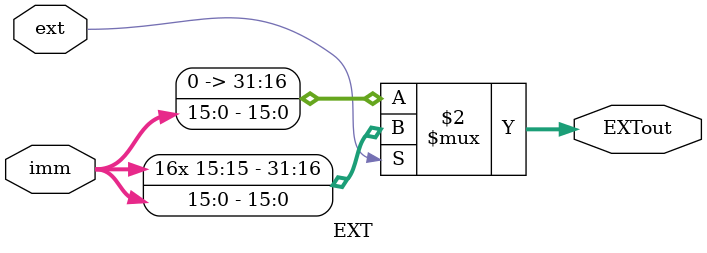
<source format=v>
`timescale 1ns / 1ps
module EXT(
    input [15:0] imm,
    input ext,
    output [31:0] EXTout
    );
	 
	 assign EXTout = (ext == 1) ? {{16{imm[15]}},imm} : {16'b0,imm};


endmodule

</source>
